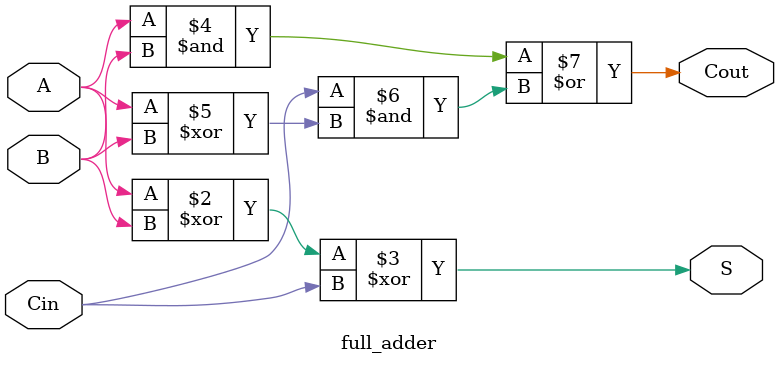
<source format=sv>
/*******************************************************************************
  Copyright 2019 Supranational LLC

  Licensed under the Apache License, Version 2.0 (the "License");
  you may not use this file except in compliance with the License.
  You may obtain a copy of the License at

    http://www.apache.org/licenses/LICENSE-2.0

  Unless required by applicable law or agreed to in writing, software
  distributed under the License is distributed on an "AS IS" BASIS,
  WITHOUT WARRANTIES OR CONDITIONS OF ANY KIND, either express or implied.
  See the License for the specific language governing permissions and
  limitations under the License.
*******************************************************************************/

/*
  A basic 1-bit full adder
              -------
             | FA    |
    A    --> |       | --> S
    B    --> |       |
    Cin  --> |       | --> Cout
              -------
*/

module full_adder
   (
    input  logic A,
    input  logic B,
    input  logic Cin,
    output logic Cout,
    output logic S
   );

   always_comb begin
      S    =  A ^ B ^ Cin;
      Cout = (A & B) | (Cin & (A ^ B));
   end
endmodule

</source>
